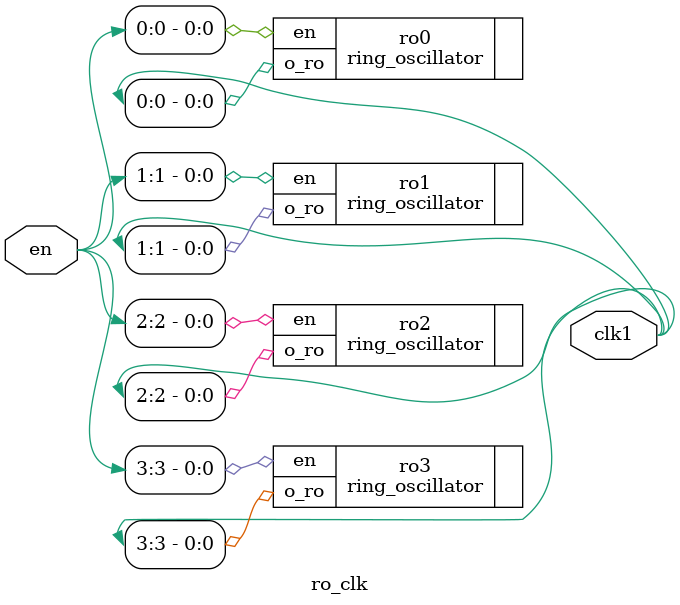
<source format=sv>
module ro_clk #(
    NUMBER_OF_CLK = 4
)(
    input  logic [NUMBER_OF_CLK-1:0]  en,
    output logic [NUMBER_OF_CLK-1:0]  clk1
);
    ring_oscillator # (
      .INVERTERS_PER_RING(7)
      ) ro0 (
          .en (en[0]), .o_ro(clk1[0])
      );

    ring_oscillator # (
      .INVERTERS_PER_RING(5)
      ) ro1 (
          .en (en[1]), .o_ro(clk1[1])
      );
    
    ring_oscillator # (
      .INVERTERS_PER_RING(3)
      ) ro2 (
          .en (en[2]), .o_ro(clk1[2])
      );

    ring_oscillator # (
      .INVERTERS_PER_RING(1)
      ) ro3 (
          .en (en[3]), .o_ro(clk1[3])
      );


    /*
    generate
      genvar i;
      for(i=0; i<NUMBER_OF_CLK; i=i+1) begin
        ring_oscillator # (
          .INVERTERS_PER_RING(INVERTERS_RO[i])
        ) ro (
          .en (en[i]), .o_ro(clk1[i])
        );
      end
    endgenerate
    */

endmodule
</source>
